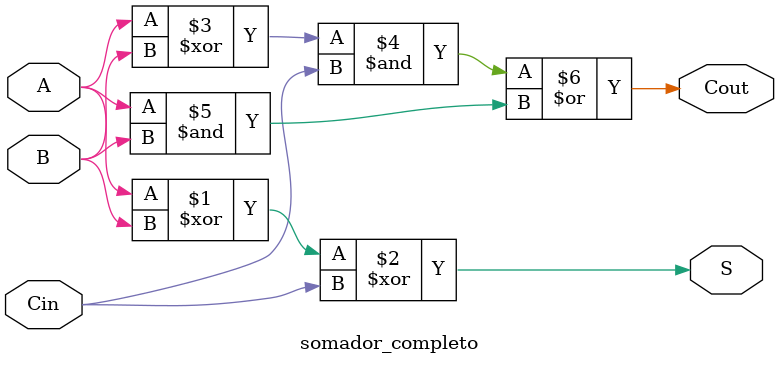
<source format=sv>
module somador_completo (input A, B, Cin, output S, Cout);

assign S = (A^B)^Cin;
assign Cout = (A^B)&Cin | (A&B);

endmodule 
</source>
